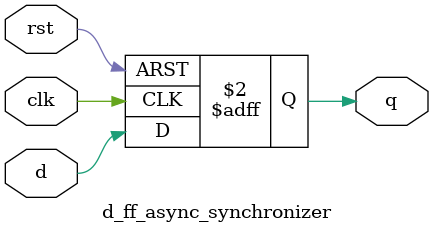
<source format=v>
module d_ff_async_synchronizer (
clk,
rst,
d,
q);

parameter SIZE = 1;

input clk;
input rst;
input [(SIZE-1):0] d;
(* ASYNC_REG = "TRUE" *) output reg [(SIZE-1):0] q;



always@(posedge clk, posedge rst) begin
	if(rst) 
		q <= {SIZE{1'b0}};
	else
		q <= d;
end

endmodule

</source>
